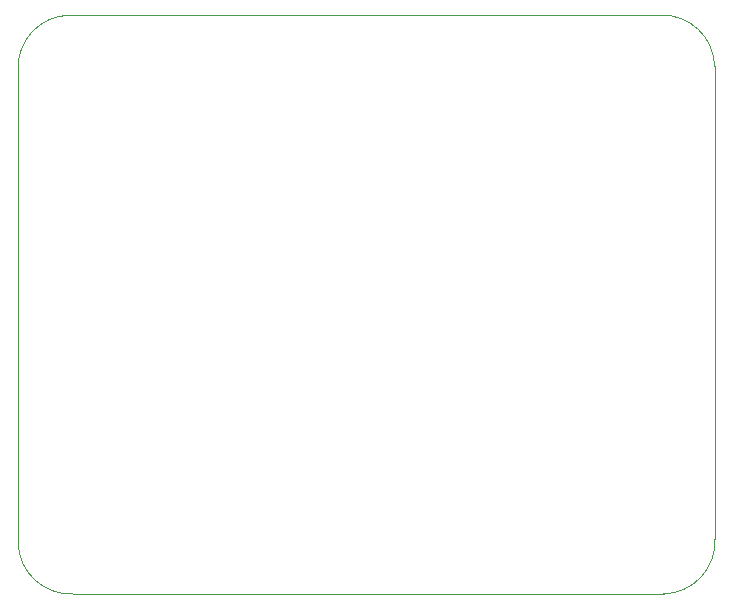
<source format=gbr>
%TF.GenerationSoftware,KiCad,Pcbnew,(7.0.0)*%
%TF.CreationDate,2023-02-16T16:51:03+01:00*%
%TF.ProjectId,STM32_hardware,53544d33-325f-4686-9172-64776172652e,rev?*%
%TF.SameCoordinates,Original*%
%TF.FileFunction,Profile,NP*%
%FSLAX46Y46*%
G04 Gerber Fmt 4.6, Leading zero omitted, Abs format (unit mm)*
G04 Created by KiCad (PCBNEW (7.0.0)) date 2023-02-16 16:51:03*
%MOMM*%
%LPD*%
G01*
G04 APERTURE LIST*
%TA.AperFunction,Profile*%
%ADD10C,0.100000*%
%TD*%
G04 APERTURE END LIST*
D10*
X99060031Y-40033697D02*
G75*
G03*
X94676696Y-44684265I36662J-4425568D01*
G01*
X94676696Y-84684265D02*
G75*
G03*
X99326751Y-89027514I4425055J76749D01*
G01*
X149326751Y-89027513D02*
G75*
G03*
X153670000Y-84377458I-76749J4425055D01*
G01*
X153650056Y-44373250D02*
G75*
G03*
X149000000Y-40030001I-4425056J-76750D01*
G01*
X94676695Y-44684265D02*
X94676695Y-84684265D01*
X99326751Y-89027514D02*
X149326751Y-89027514D01*
X153650056Y-44373250D02*
X153670000Y-84377458D01*
X99060031Y-40033697D02*
X149000000Y-40030001D01*
M02*

</source>
